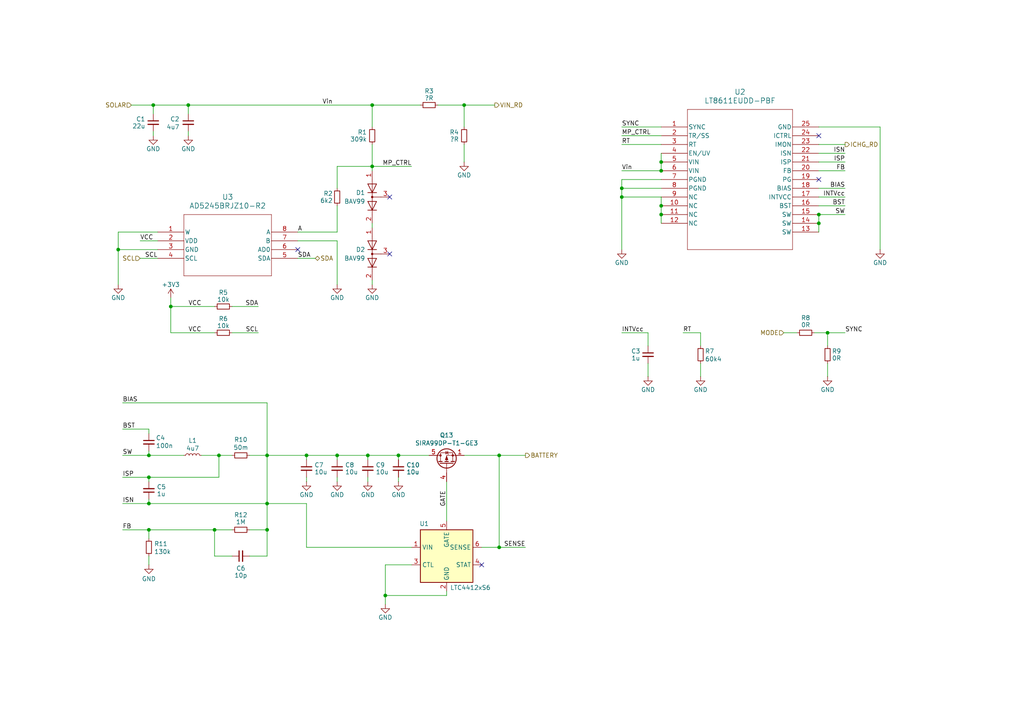
<source format=kicad_sch>
(kicad_sch (version 20250114) (generator "eeschema") (generator_version "9.0")
  (paper "A4")
  (lib_symbols
    (symbol "AD5245:AD5245BRJZ10-R2" (pin_names (offset 0.254))
      (property "Reference" "U" (at 20.32 10.16 0))
      (property "Value" "AD5245BRJZ10-R2" (at 20.32 7.62 0))
      (symbol "AD5245BRJZ10-R2_0_1"
        (polyline (pts (xy 7.62 5.08) (xy 7.62 -12.7)) (stroke (width 0.127)))
        (polyline (pts (xy 7.62 -12.7) (xy 33.02 -12.7)) (stroke (width 0.127)))
        (polyline (pts (xy 33.02 5.08) (xy 7.62 5.08)) (stroke (width 0.127)))
        (polyline (pts (xy 33.02 -12.7) (xy 33.02 5.08)) (stroke (width 0.127)))
        (pin unspecified line (at 0 0 0) (length 7.62) (name "W") (number "1"))
        (pin power_in line (at 0 -2.54 0) (length 7.62) (name "VDD") (number "2"))
        (pin unspecified line (at 0 -5.08 0) (length 7.62) (name "GND") (number "3"))
        (pin unspecified line (at 0 -7.62 0) (length 7.62) (name "SCL") (number "4"))
        (pin unspecified line (at 40.64 0 180) (length 7.62) (name "A") (number "8"))
        (pin unspecified line (at 40.64 -2.54 180) (length 7.62) (name "B") (number "7"))
        (pin unspecified line (at 40.64 -5.08 180) (length 7.62) (name "AD0") (number "6"))
        (pin unspecified line (at 40.64 -7.62 180) (length 7.62) (name "SDA") (number "5"))
      )
    )
    (symbol "Device:C_Small" (pin_numbers (hide yes)) (pin_names (offset 0.254) (hide yes))
      (property "Reference" "C" (at 0.254 1.778 0))
      (property "Value" "C_Small" (at 0.254 -2.032 0))
      (symbol "C_Small_0_1"
        (polyline (pts (xy -1.524 0.508) (xy 1.524 0.508)) (stroke (width 0.3048)))
        (polyline (pts (xy -1.524 -0.508) (xy 1.524 -0.508)) (stroke (width 0.3302)))
      )
      (symbol "C_Small_1_1"
        (pin passive line (at 0 2.54 270) (length 2.032) (name "~") (number "1"))
        (pin passive line (at 0 -2.54 90) (length 2.032) (name "~") (number "2"))
      )
    )
    (symbol "Device:L_Small" (pin_numbers (hide yes)) (pin_names (offset 0.254) (hide yes))
      (property "Reference" "L" (at 0.762 1.016 0))
      (property "Value" "L_Small" (at 0.762 -1.016 0))
      (symbol "L_Small_0_1"
        (arc (start 0 2.032) (mid 0.5058 1.524) (end 0 1.016))
        (arc (start 0 1.016) (mid 0.5058 0.508) (end 0 0))
        (arc (start 0 0) (mid 0.5058 -0.508) (end 0 -1.016))
        (arc (start 0 -1.016) (mid 0.5058 -1.524) (end 0 -2.032))
      )
      (symbol "L_Small_1_1"
        (pin passive line (at 0 2.54 270) (length 0.508) (name "~") (number "1"))
        (pin passive line (at 0 -2.54 90) (length 0.508) (name "~") (number "2"))
      )
    )
    (symbol "Device:R_Small" (pin_numbers (hide yes)) (pin_names (offset 0.254) (hide yes))
      (property "Reference" "R" (at 0 0 90))
      (property "Value" "R_Small" (at 1.778 0 90))
      (symbol "R_Small_0_1"
        (rectangle (start -0.762 1.778) (end 0.762 -1.778) (stroke (width 0.2032)))
      )
      (symbol "R_Small_1_1"
        (pin passive line (at 0 2.54 270) (length 0.762) (name "~") (number "1"))
        (pin passive line (at 0 -2.54 90) (length 0.762) (name "~") (number "2"))
      )
    )
    (symbol "Diode:BAV99" (pin_names (hide yes))
      (property "Reference" "D" (at 0 5.08 0))
      (property "Value" "BAV99" (at 0 2.54 0))
      (symbol "BAV99_0_1"
        (polyline (pts (xy -5.08 0) (xy 5.08 0)))
      )
      (symbol "BAV99_1_1"
        (polyline (pts (xy -3.81 1.27) (xy -1.27 0) (xy -3.81 -1.27) (xy -3.81 1.27) (xy -3.81 1.27) (xy -3.81 1.27)) (stroke (width 0.2032)))
        (polyline (pts (xy -1.27 -1.27) (xy -1.27 1.27) (xy -1.27 1.27)) (stroke (width 0.2032)))
        (polyline (pts (xy 0 0) (xy 0 -2.54)))
        (circle (center 0 0) (radius 0.254) (fill (type outline)))
        (polyline (pts (xy 1.27 1.27) (xy 3.81 0) (xy 1.27 -1.27) (xy 1.27 1.27) (xy 1.27 1.27) (xy 1.27 1.27)) (stroke (width 0.2032)))
        (polyline (pts (xy 3.81 1.27) (xy 3.81 -1.27) (xy 3.81 -1.27)) (stroke (width 0.2032)))
        (pin passive line (at -7.62 0 0) (length 2.54) (name "K") (number "1"))
        (pin passive line (at 0 -5.08 90) (length 2.54) (name "K") (number "3"))
        (pin passive line (at 7.62 0 180) (length 2.54) (name "A") (number "2"))
      )
    )
    (symbol "LT8611:LT8611EUDD-PBF" (pin_names (offset 0.254))
      (property "Reference" "U" (at 22.86 10.16 0))
      (property "Value" "LT8611EUDD-PBF" (at 22.86 7.62 0))
      (symbol "LT8611EUDD-PBF_0_1"
        (polyline (pts (xy 7.62 5.08) (xy 7.62 -35.56)) (stroke (width 0.127)))
        (polyline (pts (xy 7.62 -35.56) (xy 38.1 -35.56)) (stroke (width 0.127)))
        (polyline (pts (xy 38.1 5.08) (xy 7.62 5.08)) (stroke (width 0.127)))
        (polyline (pts (xy 38.1 -35.56) (xy 38.1 5.08)) (stroke (width 0.127)))
        (pin input line (at 0 0 0) (length 7.62) (name "SYNC") (number "1"))
        (pin output line (at 0 -2.54 0) (length 7.62) (name "TR/SS") (number "2"))
        (pin unspecified line (at 0 -5.08 0) (length 7.62) (name "RT") (number "3"))
        (pin unspecified line (at 0 -7.62 0) (length 7.62) (name "EN/UV") (number "4"))
        (pin input line (at 0 -10.16 0) (length 7.62) (name "VIN") (number "5"))
        (pin input line (at 0 -12.7 0) (length 7.62) (name "VIN") (number "6"))
        (pin power_in line (at 0 -15.24 0) (length 7.62) (name "PGND") (number "7"))
        (pin power_in line (at 0 -17.78 0) (length 7.62) (name "PGND") (number "8"))
        (pin power_in line (at 45.72 0 180) (length 7.62) (name "GND") (number "25"))
        (pin output line (at 45.72 -2.54 180) (length 7.62) (name "ICTRL") (number "24"))
        (pin output line (at 45.72 -5.08 180) (length 7.62) (name "IMON") (number "23"))
        (pin input line (at 45.72 -7.62 180) (length 7.62) (name "ISN") (number "22"))
        (pin input line (at 45.72 -10.16 180) (length 7.62) (name "ISP") (number "21"))
        (pin unspecified line (at 45.72 -12.7 180) (length 7.62) (name "FB") (number "20"))
        (pin output line (at 45.72 -15.24 180) (length 7.62) (name "PG") (number "19"))
        (pin unspecified line (at 45.72 -20.32 180) (length 7.62) (name "INTVCC") (number "17"))
        (pin input line (at 45.72 -22.86 180) (length 7.62) (name "BST") (number "16"))
        (pin output line (at 45.72 -25.4 180) (length 7.62) (name "SW") (number "15"))
        (pin output line (at 45.72 -27.94 180) (length 7.62) (name "SW") (number "14"))
        (pin output line (at 45.72 -30.48 180) (length 7.62) (name "SW") (number "13"))
      )
      (symbol "LT8611EUDD-PBF_1_1"
        (pin passive line (at 0 -20.32 0) (length 7.62) (name "NC") (number "9"))
        (pin passive line (at 0 -22.86 0) (length 7.62) (name "NC") (number "10"))
        (pin passive line (at 0 -25.4 0) (length 7.62) (name "NC") (number "11"))
        (pin passive line (at 0 -27.94 0) (length 7.62) (name "NC") (number "12"))
        (pin input line (at 45.72 -17.78 180) (length 7.62) (name "BIAS") (number "18"))
      )
    )
    (symbol "Power_Management:LTC4412xS6"
      (property "Reference" "U" (at -6.35 8.89 0))
      (property "Value" "LTC4412xS6" (at 6.35 8.89 0))
      (symbol "LTC4412xS6_0_1"
        (rectangle (start -7.62 7.62) (end 7.62 -7.62) (stroke (width 0.254)) (fill (type background)))
      )
      (symbol "LTC4412xS6_1_1"
        (pin power_in line (at -10.16 2.54 0) (length 2.54) (name "VIN") (number "1"))
        (pin input line (at -10.16 -2.54 0) (length 2.54) (name "CTL") (number "3"))
        (pin output line (at 0 10.16 270) (length 2.54) (name "GATE") (number "5"))
        (pin power_in line (at 0 -10.16 90) (length 2.54) (name "GND") (number "2"))
        (pin input line (at 10.16 2.54 180) (length 2.54) (name "SENSE") (number "6"))
        (pin open_collector line (at 10.16 -2.54 180) (length 2.54) (name "STAT") (number "4"))
      )
    )
    (symbol "Transistor_FET:Si7141DP" (pin_names (hide yes))
      (property "Reference" "Q" (at 5.08 1.905 0))
      (property "Value" "Si7141DP" (at 5.08 0 0))
      (symbol "Si7141DP_0_1"
        (polyline (pts (xy 0.254 1.905) (xy 0.254 -1.905)) (stroke (width 0.254)))
        (polyline (pts (xy 0.254 0) (xy -2.54 0)))
        (polyline (pts (xy 0.762 2.286) (xy 0.762 1.27)) (stroke (width 0.254)))
        (polyline (pts (xy 0.762 1.778) (xy 3.302 1.778) (xy 3.302 -1.778) (xy 0.762 -1.778)))
        (polyline (pts (xy 0.762 0.508) (xy 0.762 -0.508)) (stroke (width 0.254)))
        (polyline (pts (xy 0.762 -1.27) (xy 0.762 -2.286)) (stroke (width 0.254)))
        (circle (center 1.651 0) (radius 2.794) (stroke (width 0.254)))
        (polyline (pts (xy 2.286 0) (xy 1.27 0.381) (xy 1.27 -0.381) (xy 2.286 0)) (fill (type outline)))
        (polyline (pts (xy 2.54 2.54) (xy 2.54 1.778)))
        (circle (center 2.54 1.778) (radius 0.254) (fill (type outline)))
        (circle (center 2.54 -1.778) (radius 0.254) (fill (type outline)))
        (polyline (pts (xy 2.54 -2.54) (xy 2.54 0) (xy 0.762 0)))
        (polyline (pts (xy 2.794 -0.508) (xy 2.921 -0.381) (xy 3.683 -0.381) (xy 3.81 -0.254)))
        (polyline (pts (xy 3.302 -0.381) (xy 2.921 0.254) (xy 3.683 0.254) (xy 3.302 -0.381)))
      )
      (symbol "Si7141DP_1_1"
        (pin input line (at -5.08 0 0) (length 2.54) (name "G") (number "4"))
        (pin passive line (at 2.54 5.08 270) (length 2.54) (name "D") (number "5"))
        (pin passive line (at 2.54 -5.08 90) (length 2.54) (name "S") (number "1"))
        (pin passive line (at 2.54 -5.08 90) (length 2.54) (hide yes) (name "S") (number "2"))
        (pin passive line (at 2.54 -5.08 90) (length 2.54) (hide yes) (name "S") (number "3"))
      )
    )
    (symbol "power:+3V3" (power) (pin_numbers (hide yes)) (pin_names (offset 0) (hide yes))
      (property "Value" "+3V3" (at 0 3.556 0))
      (symbol "+3V3_0_1"
        (polyline (pts (xy -0.762 1.27) (xy 0 2.54)))
        (polyline (pts (xy 0 2.54) (xy 0.762 1.27)))
        (polyline (pts (xy 0 0) (xy 0 2.54)))
      )
      (symbol "+3V3_1_1"
        (pin power_in line (at 0 0 90) (length 0) (name "~") (number "1"))
      )
    )
    (symbol "power:GND" (power) (pin_numbers (hide yes)) (pin_names (offset 0) (hide yes))
      (property "Value" "GND" (at 0 -3.81 0))
      (symbol "GND_0_1"
        (polyline (pts (xy 0 0) (xy 0 -1.27) (xy 1.27 -1.27) (xy 0 -2.54) (xy -1.27 -1.27) (xy 0 -1.27)))
      )
      (symbol "GND_1_1"
        (pin power_in line (at 0 0 270) (length 0) (name "~") (number "1"))
      )
    )
  )
  (junction (at 191.77 59.69))
  (junction (at 63.5 132.08))
  (junction (at 237.49 64.77))
  (junction (at 144.78 132.08))
  (junction (at 49.53 88.9))
  (junction (at 88.9 132.08))
  (junction (at 77.47 153.67))
  (junction (at 106.68 132.08))
  (junction (at 43.18 153.67))
  (junction (at 180.34 54.61))
  (junction (at 144.78 158.75))
  (junction (at 111.76 172.72))
  (junction (at 77.47 132.08))
  (junction (at 134.62 30.48))
  (junction (at 62.23 153.67))
  (junction (at 237.49 62.23))
  (junction (at 34.29 72.39))
  (junction (at 180.34 57.15))
  (junction (at 191.77 46.99))
  (junction (at 77.47 146.05))
  (junction (at 191.77 49.53))
  (junction (at 115.57 132.08))
  (junction (at 43.18 138.43))
  (junction (at 107.95 30.48))
  (junction (at 44.45 30.48))
  (junction (at 43.18 146.05))
  (junction (at 107.95 48.26))
  (junction (at 43.18 132.08))
  (junction (at 54.61 30.48))
  (junction (at 97.79 132.08))
  (junction (at 191.77 62.23))
  (junction (at 240.03 96.52))
  (no_connect (at 113.03 73.66))
  (no_connect (at 237.49 39.37))
  (no_connect (at 139.7 163.83))
  (no_connect (at 86.36 72.39))
  (no_connect (at 113.03 57.15))
  (no_connect (at 237.49 52.07))
  (wire (pts (xy 40.64 69.85) (xy 45.72 69.85)))
  (wire (pts (xy 67.31 96.52) (xy 74.93 96.52)))
  (wire (pts (xy 240.03 96.52) (xy 240.03 100.33)))
  (wire (pts (xy 237.49 49.53) (xy 245.11 49.53)))
  (wire (pts (xy 97.79 54.61) (xy 97.79 48.26)))
  (wire (pts (xy 97.79 48.26) (xy 107.95 48.26)))
  (wire (pts (xy 35.56 146.05) (xy 43.18 146.05)))
  (wire (pts (xy 34.29 72.39) (xy 34.29 67.31)))
  (wire (pts (xy 97.79 59.69) (xy 97.79 67.31)))
  (wire (pts (xy 77.47 116.84) (xy 35.56 116.84)))
  (wire (pts (xy 111.76 175.26) (xy 111.76 172.72)))
  (wire (pts (xy 34.29 67.31) (xy 45.72 67.31)))
  (wire (pts (xy 49.53 88.9) (xy 49.53 96.52)))
  (wire (pts (xy 134.62 46.99) (xy 134.62 41.91)))
  (wire (pts (xy 34.29 72.39) (xy 34.29 82.55)))
  (wire (pts (xy 43.18 138.43) (xy 63.5 138.43)))
  (wire (pts (xy 43.18 125.73) (xy 43.18 124.46)))
  (wire (pts (xy 77.47 146.05) (xy 88.9 146.05)))
  (wire (pts (xy 43.18 153.67) (xy 62.23 153.67)))
  (wire (pts (xy 227.33 96.52) (xy 231.14 96.52)))
  (wire (pts (xy 240.03 109.22) (xy 240.03 105.41)))
  (wire (pts (xy 62.23 161.29) (xy 62.23 153.67)))
  (wire (pts (xy 88.9 146.05) (xy 88.9 158.75)))
  (wire (pts (xy 180.34 96.52) (xy 187.96 96.52)))
  (wire (pts (xy 115.57 139.7) (xy 115.57 138.43)))
  (wire (pts (xy 237.49 46.99) (xy 245.11 46.99)))
  (wire (pts (xy 237.49 41.91) (xy 245.11 41.91)))
  (wire (pts (xy 180.34 54.61) (xy 191.77 54.61)))
  (wire (pts (xy 237.49 67.31) (xy 237.49 64.77)))
  (wire (pts (xy 240.03 96.52) (xy 245.11 96.52)))
  (wire (pts (xy 191.77 46.99) (xy 191.77 44.45)))
  (wire (pts (xy 97.79 132.08) (xy 106.68 132.08)))
  (wire (pts (xy 106.68 132.08) (xy 115.57 132.08)))
  (wire (pts (xy 58.42 132.08) (xy 63.5 132.08)))
  (wire (pts (xy 180.34 54.61) (xy 180.34 52.07)))
  (wire (pts (xy 72.39 161.29) (xy 77.47 161.29)))
  (wire (pts (xy 237.49 57.15) (xy 245.11 57.15)))
  (wire (pts (xy 86.36 74.93) (xy 91.44 74.93)))
  (wire (pts (xy 44.45 33.02) (xy 44.45 30.48)))
  (wire (pts (xy 97.79 133.35) (xy 97.79 132.08)))
  (wire (pts (xy 34.29 72.39) (xy 45.72 72.39)))
  (wire (pts (xy 180.34 57.15) (xy 180.34 54.61)))
  (wire (pts (xy 107.95 41.91) (xy 107.95 48.26)))
  (wire (pts (xy 236.22 96.52) (xy 240.03 96.52)))
  (wire (pts (xy 63.5 132.08) (xy 63.5 138.43)))
  (wire (pts (xy 62.23 153.67) (xy 67.31 153.67)))
  (wire (pts (xy 44.45 30.48) (xy 54.61 30.48)))
  (wire (pts (xy 77.47 161.29) (xy 77.47 153.67)))
  (wire (pts (xy 115.57 133.35) (xy 115.57 132.08)))
  (wire (pts (xy 134.62 132.08) (xy 144.78 132.08)))
  (wire (pts (xy 49.53 86.36) (xy 49.53 88.9)))
  (wire (pts (xy 111.76 163.83) (xy 119.38 163.83)))
  (wire (pts (xy 255.27 72.39) (xy 255.27 36.83)))
  (wire (pts (xy 191.77 57.15) (xy 191.77 59.69)))
  (wire (pts (xy 72.39 132.08) (xy 77.47 132.08)))
  (wire (pts (xy 43.18 132.08) (xy 53.34 132.08)))
  (wire (pts (xy 237.49 44.45) (xy 245.11 44.45)))
  (wire (pts (xy 144.78 132.08) (xy 144.78 158.75)))
  (wire (pts (xy 180.34 49.53) (xy 191.77 49.53)))
  (wire (pts (xy 198.12 96.52) (xy 203.2 96.52)))
  (wire (pts (xy 97.79 139.7) (xy 97.79 138.43)))
  (wire (pts (xy 107.95 30.48) (xy 121.92 30.48)))
  (wire (pts (xy 44.45 30.48) (xy 38.1 30.48)))
  (wire (pts (xy 144.78 132.08) (xy 152.4 132.08)))
  (wire (pts (xy 127 30.48) (xy 134.62 30.48)))
  (wire (pts (xy 97.79 82.55) (xy 97.79 69.85)))
  (wire (pts (xy 35.56 153.67) (xy 43.18 153.67)))
  (wire (pts (xy 43.18 130.81) (xy 43.18 132.08)))
  (wire (pts (xy 67.31 161.29) (xy 62.23 161.29)))
  (wire (pts (xy 180.34 36.83) (xy 191.77 36.83)))
  (wire (pts (xy 43.18 146.05) (xy 43.18 144.78)))
  (wire (pts (xy 77.47 146.05) (xy 43.18 146.05)))
  (wire (pts (xy 77.47 132.08) (xy 77.47 116.84)))
  (wire (pts (xy 237.49 54.61) (xy 245.11 54.61)))
  (wire (pts (xy 107.95 30.48) (xy 107.95 36.83)))
  (wire (pts (xy 203.2 96.52) (xy 203.2 100.33)))
  (wire (pts (xy 129.54 139.7) (xy 129.54 151.13)))
  (wire (pts (xy 88.9 139.7) (xy 88.9 138.43)))
  (wire (pts (xy 77.47 146.05) (xy 77.47 153.67)))
  (wire (pts (xy 44.45 38.1) (xy 44.45 39.37)))
  (wire (pts (xy 237.49 59.69) (xy 245.11 59.69)))
  (wire (pts (xy 237.49 64.77) (xy 237.49 62.23)))
  (wire (pts (xy 237.49 62.23) (xy 245.11 62.23)))
  (wire (pts (xy 54.61 30.48) (xy 107.95 30.48)))
  (wire (pts (xy 134.62 30.48) (xy 134.62 36.83)))
  (wire (pts (xy 88.9 132.08) (xy 97.79 132.08)))
  (wire (pts (xy 86.36 69.85) (xy 97.79 69.85)))
  (wire (pts (xy 143.51 30.48) (xy 134.62 30.48)))
  (wire (pts (xy 111.76 163.83) (xy 111.76 172.72)))
  (wire (pts (xy 107.95 82.55) (xy 107.95 81.28)))
  (wire (pts (xy 180.34 57.15) (xy 191.77 57.15)))
  (wire (pts (xy 86.36 67.31) (xy 97.79 67.31)))
  (wire (pts (xy 187.96 96.52) (xy 187.96 100.33)))
  (wire (pts (xy 54.61 30.48) (xy 54.61 33.02)))
  (wire (pts (xy 43.18 153.67) (xy 43.18 156.21)))
  (wire (pts (xy 191.77 49.53) (xy 191.77 46.99)))
  (wire (pts (xy 115.57 132.08) (xy 124.46 132.08)))
  (wire (pts (xy 180.34 39.37) (xy 191.77 39.37)))
  (wire (pts (xy 107.95 48.26) (xy 119.38 48.26)))
  (wire (pts (xy 107.95 66.04) (xy 107.95 64.77)))
  (wire (pts (xy 43.18 139.7) (xy 43.18 138.43)))
  (wire (pts (xy 180.34 52.07) (xy 191.77 52.07)))
  (wire (pts (xy 77.47 132.08) (xy 88.9 132.08)))
  (wire (pts (xy 180.34 72.39) (xy 180.34 57.15)))
  (wire (pts (xy 77.47 132.08) (xy 77.47 146.05)))
  (wire (pts (xy 144.78 158.75) (xy 152.4 158.75)))
  (wire (pts (xy 40.64 74.93) (xy 45.72 74.93)))
  (wire (pts (xy 107.95 49.53) (xy 107.95 48.26)))
  (wire (pts (xy 63.5 132.08) (xy 67.31 132.08)))
  (wire (pts (xy 88.9 133.35) (xy 88.9 132.08)))
  (wire (pts (xy 111.76 172.72) (xy 129.54 172.72)))
  (wire (pts (xy 43.18 124.46) (xy 35.56 124.46)))
  (wire (pts (xy 255.27 36.83) (xy 237.49 36.83)))
  (wire (pts (xy 187.96 105.41) (xy 187.96 109.22)))
  (wire (pts (xy 67.31 88.9) (xy 74.93 88.9)))
  (wire (pts (xy 129.54 172.72) (xy 129.54 171.45)))
  (wire (pts (xy 106.68 133.35) (xy 106.68 132.08)))
  (wire (pts (xy 106.68 139.7) (xy 106.68 138.43)))
  (wire (pts (xy 49.53 96.52) (xy 62.23 96.52)))
  (wire (pts (xy 191.77 59.69) (xy 191.77 62.23)))
  (wire (pts (xy 43.18 163.83) (xy 43.18 161.29)))
  (wire (pts (xy 139.7 158.75) (xy 144.78 158.75)))
  (wire (pts (xy 35.56 132.08) (xy 43.18 132.08)))
  (wire (pts (xy 203.2 105.41) (xy 203.2 109.22)))
  (wire (pts (xy 54.61 38.1) (xy 54.61 39.37)))
  (wire (pts (xy 72.39 153.67) (xy 77.47 153.67)))
  (wire (pts (xy 180.34 41.91) (xy 191.77 41.91)))
  (wire (pts (xy 49.53 88.9) (xy 62.23 88.9)))
  (wire (pts (xy 191.77 62.23) (xy 191.77 64.77)))
  (wire (pts (xy 88.9 158.75) (xy 119.38 158.75)))
  (wire (pts (xy 43.18 138.43) (xy 35.56 138.43)))
  (label "SCL" (at 74.93 96.52 180))
  (label "SDA" (at 86.36 74.93 0))
  (label "ISN" (at 245.11 44.45 180))
  (label "BIAS" (at 245.11 54.61 180))
  (label "MP_CTRL" (at 119.38 48.26 180))
  (label "BIAS" (at 35.56 116.84 0))
  (label "INTVcc" (at 245.11 57.15 180))
  (label "ISN" (at 35.56 146.05 0))
  (label "BST" (at 35.56 124.46 0))
  (label "FB" (at 35.56 153.67 0))
  (label "SW" (at 245.11 62.23 180))
  (label "BST" (at 245.11 59.69 180))
  (label "ISP" (at 35.56 138.43 0))
  (label "FB" (at 245.11 49.53 180))
  (label "SDA" (at 74.93 88.9 180))
  (label "VCC" (at 40.64 69.85 0))
  (label "VCC" (at 54.61 88.9 0))
  (label "MP_CTRL" (at 180.34 39.37 0))
  (label "VCC" (at 54.61 96.52 0))
  (label "ISP" (at 245.11 46.99 180))
  (label "Vin" (at 96.52 30.48 180))
  (label "SCL" (at 45.72 74.93 180))
  (label "SYNC" (at 180.34 36.83 0))
  (label "RT" (at 180.34 41.91 0))
  (label "A" (at 86.36 67.31 0))
  (label "SYNC" (at 245.11 96.52 0))
  (label "INTVcc" (at 180.34 96.52 0))
  (label "SENSE" (at 152.4 158.75 180))
  (label "SW" (at 35.56 132.08 0))
  (label "RT" (at 198.12 96.52 0))
  (label "Vin" (at 180.34 49.53 0))
  (label "GATE" (at 129.54 142.24 270))
  (hierarchical_label "MODE" (shape input) (at 227.33 96.52 180))
  (hierarchical_label "VIN_RD" (shape output) (at 143.51 30.48 0))
  (hierarchical_label "SOLAR" (shape input) (at 38.1 30.48 180))
  (hierarchical_label "ICHG_RD" (shape output) (at 245.11 41.91 0))
  (hierarchical_label "SCL" (shape input) (at 40.64 74.93 180))
  (hierarchical_label "BATTERY" (shape output) (at 152.4 132.08 0))
  (hierarchical_label "SDA" (shape bidirectional) (at 91.44 74.93 0))
  (symbol (lib_id "Device:R_Small") (at 134.62 39.37 0) (mirror x) (unit 1)
    (property "Reference" "R4" (at 133.096 38.354 0) (effects (justify right)))
    (property "Value" "?R" (at 133.096 40.386 0) (effects (justify right)))
    (property "Footprint" "Resistor_SMD:R_0603_1608Metric" (effects (hide yes)))
    (property "Description" "Resistor, small symbol" (effects (hide yes)))
  )
  (symbol (lib_id "power:GND") (at 97.79 139.7 0) (unit 1)
    (property "Reference" "#PWR019" (effects (hide yes)))
    (property "Value" "GND" (at 97.79 143.51 0))
    (property "Description" "Power symbol creates a global label with name \"GND\" , ground" (effects (hide yes)))
  )
  (symbol (lib_id "power:+3V3") (at 49.53 86.36 0) (unit 1)
    (property "Reference" "#PWR023" (effects (hide yes)))
    (property "Value" "+3V3" (at 49.53 82.55 0))
    (property "Description" "Power symbol creates a global label with name \"+3V3\"" (effects (hide yes)))
  )
  (symbol (lib_id "Device:R_Small") (at 43.18 158.75 0) (unit 1)
    (property "Reference" "R11" (at 44.704 157.734 0) (effects (justify left)))
    (property "Value" "130k" (at 44.704 160.02 0) (effects (justify left)))
    (property "Footprint" "Resistor_SMD:R_0603_1608Metric" (effects (hide yes)))
    (property "Description" "Resistor, small symbol" (effects (hide yes)))
  )
  (symbol (lib_id "Device:R_Small") (at 69.85 153.67 90) (unit 1)
    (property "Reference" "R12" (at 69.85 149.352 90))
    (property "Value" "1M" (at 69.85 151.384 90))
    (property "Footprint" "Resistor_SMD:R_0603_1608Metric" (effects (hide yes)))
    (property "Description" "Resistor, small symbol" (effects (hide yes)))
  )
  (symbol (lib_id "Device:C_Small") (at 97.79 135.89 0) (unit 1)
    (property "Reference" "C8" (at 100.076 134.874 0) (effects (justify left)))
    (property "Value" "10u" (at 100.076 136.906 0) (effects (justify left)))
    (property "Footprint" "Capacitor_SMD:C_0603_1608Metric" (effects (hide yes)))
    (property "Description" "Unpolarized capacitor, small symbol" (effects (hide yes)))
  )
  (symbol (lib_id "power:GND") (at 240.03 109.22 0) (unit 1)
    (property "Reference" "#PWR014" (effects (hide yes)))
    (property "Value" "GND" (at 240.03 113.03 0))
    (property "Description" "Power symbol creates a global label with name \"GND\" , ground" (effects (hide yes)))
  )
  (symbol (lib_id "Power_Management:LTC4412xS6") (at 129.54 161.29 0) (unit 1)
    (property "Reference" "U1" (at 121.666 151.892 0) (effects (justify left)))
    (property "Value" "LTC4412xS6" (at 130.556 170.434 0) (effects (justify left)))
    (property "Footprint" "Package_TO_SOT_SMD:TSOT-23-6" (effects (hide yes)))
    (property "Datasheet" "https://www.analog.com/media/en/technical-documentation/data-sheets/4412fb.pdf" (effects (hide yes)))
    (property "Description" "Low Loss PowerPath Controller, TSOT-23-6" (effects (hide yes)))
  )
  (symbol (lib_id "Device:C_Small") (at 43.18 128.27 0) (unit 1)
    (property "Reference" "C4" (at 45.212 127 0) (effects (justify left)))
    (property "Value" "100n" (at 45.212 129.286 0) (effects (justify left)))
    (property "Footprint" "Capacitor_SMD:C_0603_1608Metric" (effects (hide yes)))
    (property "Description" "Unpolarized capacitor, small symbol" (effects (hide yes)))
  )
  (symbol (lib_id "AD5245:AD5245BRJZ10-R2") (at 45.72 67.31 0) (unit 1)
    (property "Reference" "U3" (at 66.04 57.15 0) (effects (font (size 1.524 1.524))))
    (property "Value" "AD5245BRJZ10-R2" (at 66.04 59.69 0) (effects (font (size 1.524 1.524))))
    (property "Footprint" "footprints:RJ_8_ADI" (effects (hide yes)))
    (property "Datasheet" "https://www.analog.com/media/en/technical-documentation/data-sheets/AD5245.pdf" (effects (hide yes)))
  )
  (symbol (lib_id "Device:R_Small") (at 64.77 96.52 90) (unit 1)
    (property "Reference" "R6" (at 64.77 92.456 90))
    (property "Value" "10k" (at 64.77 94.488 90))
    (property "Footprint" "Resistor_SMD:R_0603_1608Metric" (effects (hide yes)))
    (property "Description" "Resistor, small symbol" (effects (hide yes)))
  )
  (symbol (lib_id "Device:R_Small") (at 64.77 88.9 90) (unit 1)
    (property "Reference" "R5" (at 64.77 84.836 90))
    (property "Value" "10k" (at 64.77 86.868 90))
    (property "Footprint" "Resistor_SMD:R_0603_1608Metric" (effects (hide yes)))
    (property "Description" "Resistor, small symbol" (effects (hide yes)))
  )
  (symbol (lib_id "Diode:BAV99") (at 107.95 73.66 90) (mirror x) (unit 1)
    (property "Reference" "D2" (at 105.918 72.39 90) (effects (justify left)))
    (property "Value" "BAV99" (at 105.918 74.93 90) (effects (justify left)))
    (property "Footprint" "Package_TO_SOT_SMD:SOT-23" (effects (hide yes)))
    (property "Datasheet" "https://assets.nexperia.com/documents/data-sheet/BAV99_SER.pdf" (effects (hide yes)))
    (property "Description" "BAV99 High-speed switching diodes, SOT-23" (effects (hide yes)))
  )
  (symbol (lib_id "power:GND") (at 97.79 82.55 0) (unit 1)
    (property "Reference" "#PWR07" (effects (hide yes)))
    (property "Value" "GND" (at 97.79 86.36 0))
    (property "Description" "Power symbol creates a global label with name \"GND\" , ground" (effects (hide yes)))
  )
  (symbol (lib_id "power:GND") (at 203.2 109.22 0) (unit 1)
    (property "Reference" "#PWR012" (effects (hide yes)))
    (property "Value" "GND" (at 203.2001 113.03 0))
    (property "Description" "Power symbol creates a global label with name \"GND\" , ground" (effects (hide yes)))
  )
  (symbol (lib_id "Device:C_Small") (at 69.85 161.29 90) (unit 1)
    (property "Reference" "C6" (at 69.85 164.846 90))
    (property "Value" "10p" (at 69.85 166.878 90))
    (property "Footprint" "Capacitor_SMD:C_0603_1608Metric" (effects (hide yes)))
    (property "Description" "Unpolarized capacitor, small symbol" (effects (hide yes)))
  )
  (symbol (lib_id "Device:R_Small") (at 69.85 132.08 90) (unit 1)
    (property "Reference" "R10" (at 69.85 127.508 90))
    (property "Value" "50m" (at 69.85 129.794 90))
    (property "Footprint" "Resistor_SMD:R_0603_1608Metric" (effects (hide yes)))
    (property "Description" "Resistor, small symbol" (effects (hide yes)))
  )
  (symbol (lib_id "Device:R_Small") (at 97.79 57.15 0) (mirror y) (unit 1)
    (property "Reference" "R2" (at 96.52 56.134 0) (effects (justify left)))
    (property "Value" "6k2" (at 96.52 58.166 0) (effects (justify left)))
    (property "Footprint" "Resistor_SMD:R_0603_1608Metric" (effects (hide yes)))
    (property "Description" "Resistor, small symbol" (effects (hide yes)))
  )
  (symbol (lib_id "Device:C_Small") (at 43.18 142.24 180) (unit 1)
    (property "Reference" "C5" (at 45.466 141.224 0) (effects (justify right)))
    (property "Value" "1u" (at 45.466 143.256 0) (effects (justify right)))
    (property "Footprint" "Capacitor_SMD:C_0603_1608Metric" (effects (hide yes)))
    (property "Description" "Unpolarized capacitor, small symbol" (effects (hide yes)))
  )
  (symbol (lib_id "LT8611:LT8611EUDD-PBF") (at 191.77 36.83 0) (unit 1)
    (property "Reference" "U2" (at 214.63 26.67 0) (effects (font (size 1.524 1.524))))
    (property "Value" "LT8611EUDD-PBF" (at 214.63 29.21 0) (effects (font (size 1.524 1.524))))
    (property "Footprint" "QFN-24_UDD_LTI" (effects (hide yes)))
    (property "Datasheet" "https://www.analog.com/media/en/technical-documentation/data-sheets/lt8611.pdf" (effects (hide yes)))
  )
  (symbol (lib_id "power:GND") (at 255.27 72.39 0) (unit 1)
    (property "Reference" "#PWR01" (effects (hide yes)))
    (property "Value" "GND" (at 255.27 76.2 0))
    (property "Description" "Power symbol creates a global label with name \"GND\" , ground" (effects (hide yes)))
  )
  (symbol (lib_id "Device:L_Small") (at 55.88 132.08 90) (unit 1)
    (property "Reference" "L1" (at 55.88 127.762 90))
    (property "Value" "4u7" (at 55.88 130.048 90))
    (property "Footprint" "footprints:IND_03-4R7-R_EAT" (effects (hide yes)))
    (property "Description" "Inductor, small symbol" (effects (hide yes)))
  )
  (symbol (lib_id "Device:R_Small") (at 107.95 39.37 0) (unit 1)
    (property "Reference" "R1" (at 106.426 38.354 0) (effects (justify right)))
    (property "Value" "309k" (at 106.426 40.386 0) (effects (justify right)))
    (property "Footprint" "Resistor_SMD:R_0603_1608Metric" (effects (hide yes)))
    (property "Description" "Resistor, small symbol" (effects (hide yes)))
  )
  (symbol (lib_id "power:GND") (at 134.62 46.99 0) (mirror y) (unit 1)
    (property "Reference" "#PWR09" (effects (hide yes)))
    (property "Value" "GND" (at 134.62 50.8 0))
    (property "Description" "Power symbol creates a global label with name \"GND\" , ground" (effects (hide yes)))
  )
  (symbol (lib_id "power:GND") (at 180.34 72.39 0) (unit 1)
    (property "Reference" "#PWR02" (effects (hide yes)))
    (property "Value" "GND" (at 180.34 76.2 0))
    (property "Description" "Power symbol creates a global label with name \"GND\" , ground" (effects (hide yes)))
  )
  (symbol (lib_id "Device:R_Small") (at 233.68 96.52 90) (unit 1)
    (property "Reference" "R8" (at 233.68 92.202 90))
    (property "Value" "0R" (at 233.68 94.234 90))
    (property "Footprint" "Resistor_SMD:R_0603_1608Metric" (effects (hide yes)))
    (property "Description" "Resistor, small symbol" (effects (hide yes)))
  )
  (symbol (lib_id "power:GND") (at 187.96 109.22 0) (unit 1)
    (property "Reference" "#PWR03" (effects (hide yes)))
    (property "Value" "GND" (at 187.96 113.03 0))
    (property "Description" "Power symbol creates a global label with name \"GND\" , ground" (effects (hide yes)))
  )
  (symbol (lib_id "Device:C_Small") (at 115.57 135.89 0) (unit 1)
    (property "Reference" "C10" (at 117.856 134.874 0) (effects (justify left)))
    (property "Value" "10u" (at 117.856 136.906 0) (effects (justify left)))
    (property "Footprint" "Capacitor_SMD:C_0603_1608Metric" (effects (hide yes)))
    (property "Description" "Unpolarized capacitor, small symbol" (effects (hide yes)))
  )
  (symbol (lib_id "power:GND") (at 88.9 139.7 0) (unit 1)
    (property "Reference" "#PWR04" (effects (hide yes)))
    (property "Value" "GND" (at 88.9 143.51 0))
    (property "Description" "Power symbol creates a global label with name \"GND\" , ground" (effects (hide yes)))
  )
  (symbol (lib_id "Device:C_Small") (at 88.9 135.89 0) (unit 1)
    (property "Reference" "C7" (at 91.186 134.874 0) (effects (justify left)))
    (property "Value" "10u" (at 91.186 136.906 0) (effects (justify left)))
    (property "Footprint" "Capacitor_SMD:C_0603_1608Metric" (effects (hide yes)))
    (property "Description" "Unpolarized capacitor, small symbol" (effects (hide yes)))
  )
  (symbol (lib_id "power:GND") (at 107.95 82.55 0) (unit 1)
    (property "Reference" "#PWR08" (effects (hide yes)))
    (property "Value" "GND" (at 107.95 86.36 0))
    (property "Description" "Power symbol creates a global label with name \"GND\" , ground" (effects (hide yes)))
  )
  (symbol (lib_id "Device:R_Small") (at 240.03 102.87 0) (unit 1)
    (property "Reference" "R9" (at 241.3 101.854 0) (effects (justify left)))
    (property "Value" "0R" (at 241.3 103.886 0) (effects (justify left)))
    (property "Footprint" "Resistor_SMD:R_0603_1608Metric" (effects (hide yes)))
    (property "Description" "Resistor, small symbol" (effects (hide yes)))
  )
  (symbol (lib_id "power:GND") (at 115.57 139.7 0) (unit 1)
    (property "Reference" "#PWR021" (effects (hide yes)))
    (property "Value" "GND" (at 115.57 143.51 0))
    (property "Description" "Power symbol creates a global label with name \"GND\" , ground" (effects (hide yes)))
  )
  (symbol (lib_id "power:GND") (at 34.29 82.55 0) (unit 1)
    (property "Reference" "#PWR06" (effects (hide yes)))
    (property "Value" "GND" (at 34.29 86.36 0))
    (property "Description" "Power symbol creates a global label with name \"GND\" , ground" (effects (hide yes)))
  )
  (symbol (lib_id "power:GND") (at 44.45 39.37 0) (mirror y) (unit 1)
    (property "Reference" "#PWR011" (effects (hide yes)))
    (property "Value" "GND" (at 44.45 43.18 0))
    (property "Description" "Power symbol creates a global label with name \"GND\" , ground" (effects (hide yes)))
  )
  (symbol (lib_id "Device:C_Small") (at 187.96 102.87 0) (mirror y) (unit 1)
    (property "Reference" "C3" (at 184.404 101.854 0))
    (property "Value" "1u" (at 184.404 103.886 0))
    (property "Footprint" "Capacitor_SMD:C_0603_1608Metric" (effects (hide yes)))
    (property "Description" "Unpolarized capacitor, small symbol" (effects (hide yes)))
  )
  (symbol (lib_id "Device:C_Small") (at 44.45 35.56 0) (unit 1)
    (property "Reference" "C1" (at 42.164 34.544 0) (effects (justify right)))
    (property "Value" "22u" (at 42.164 36.576 0) (effects (justify right)))
    (property "Footprint" "Capacitor_SMD:C_0603_1608Metric" (effects (hide yes)))
    (property "Description" "Unpolarized capacitor, small symbol" (effects (hide yes)))
  )
  (symbol (lib_id "power:GND") (at 106.68 139.7 0) (unit 1)
    (property "Reference" "#PWR020" (effects (hide yes)))
    (property "Value" "GND" (at 106.68 143.51 0))
    (property "Description" "Power symbol creates a global label with name \"GND\" , ground" (effects (hide yes)))
  )
  (symbol (lib_id "Device:R_Small") (at 124.46 30.48 270) (mirror x) (unit 1)
    (property "Reference" "R3" (at 124.46 26.416 90))
    (property "Value" "?R" (at 124.46 28.448 90))
    (property "Footprint" "Resistor_SMD:R_0603_1608Metric" (effects (hide yes)))
    (property "Description" "Resistor, small symbol" (effects (hide yes)))
  )
  (symbol (lib_id "power:GND") (at 111.76 175.26 0) (unit 1)
    (property "Reference" "#PWR018" (effects (hide yes)))
    (property "Value" "GND" (at 111.76 179.07 0))
    (property "Description" "Power symbol creates a global label with name \"GND\" , ground" (effects (hide yes)))
  )
  (symbol (lib_id "Device:R_Small") (at 203.2 102.87 0) (unit 1)
    (property "Reference" "R7" (at 204.47 101.854 0) (effects (justify left)))
    (property "Value" "60k4" (at 204.47 104.14 0) (effects (justify left)))
    (property "Footprint" "Resistor_SMD:R_0603_1608Metric" (effects (hide yes)))
    (property "Description" "Resistor, small symbol" (effects (hide yes)))
  )
  (symbol (lib_id "power:GND") (at 43.18 163.83 0) (unit 1)
    (property "Reference" "#PWR05" (effects (hide yes)))
    (property "Value" "GND" (at 43.18 167.894 0))
    (property "Description" "Power symbol creates a global label with name \"GND\" , ground" (effects (hide yes)))
  )
  (symbol (lib_id "Device:C_Small") (at 54.61 35.56 0) (unit 1)
    (property "Reference" "C2" (at 52.07 34.544 0) (effects (justify right)))
    (property "Value" "4u7" (at 52.07 36.83 0) (effects (justify right)))
    (property "Footprint" "Capacitor_SMD:C_0603_1608Metric" (effects (hide yes)))
    (property "Description" "Unpolarized capacitor, small symbol" (effects (hide yes)))
  )
  (symbol (lib_id "Diode:BAV99") (at 107.95 57.15 90) (mirror x) (unit 1)
    (property "Reference" "D1" (at 105.918 55.88 90) (effects (justify left)))
    (property "Value" "BAV99" (at 105.918 58.42 90) (effects (justify left)))
    (property "Footprint" "Package_TO_SOT_SMD:SOT-23" (effects (hide yes)))
    (property "Datasheet" "https://assets.nexperia.com/documents/data-sheet/BAV99_SER.pdf" (effects (hide yes)))
    (property "Description" "BAV99 High-speed switching diodes, SOT-23" (effects (hide yes)))
  )
  (symbol (lib_id "Transistor_FET:Si7141DP") (at 129.54 134.62 90) (unit 1)
    (property "Reference" "Q13" (at 129.54 126.238 90))
    (property "Value" "SIRA99DP-T1-GE3" (at 129.54 128.524 90))
    (property "Footprint" "Package_SO:PowerPAK_SO-8_Single" (effects (hide yes)))
    (property "Datasheet" "https://www.vishay.com/docs/65596/si7141dp.pdf" (effects (hide yes)))
    (property "Description" "-60A Id, -20V Vds, 1.9 mOhm Ron, PowerPAK-8" (effects (hide yes)))
    (property "MPN" "C3289459" (effects (hide yes)))
  )
  (symbol (lib_id "power:GND") (at 54.61 39.37 0) (mirror y) (unit 1)
    (property "Reference" "#PWR010" (effects (hide yes)))
    (property "Value" "GND" (at 54.61 43.18 0))
    (property "Description" "Power symbol creates a global label with name \"GND\" , ground" (effects (hide yes)))
  )
  (symbol (lib_id "Device:C_Small") (at 106.68 135.89 0) (unit 1)
    (property "Reference" "C9" (at 108.966 134.874 0) (effects (justify left)))
    (property "Value" "10u" (at 108.966 136.906 0) (effects (justify left)))
    (property "Footprint" "Capacitor_SMD:C_0603_1608Metric" (effects (hide yes)))
    (property "Description" "Unpolarized capacitor, small symbol" (effects (hide yes)))
  )
)
</source>
